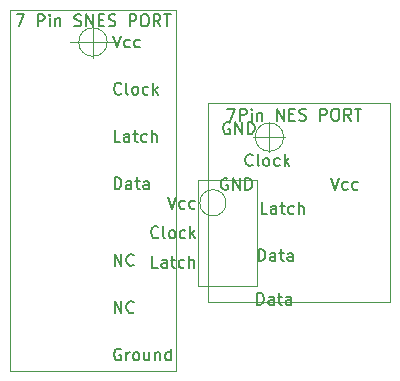
<source format=gto>
G04 #@! TF.GenerationSoftware,KiCad,Pcbnew,(5.1.5-0-10_14)*
G04 #@! TF.CreationDate,2020-11-03T15:19:47-05:00*
G04 #@! TF.ProjectId,FC_Rear_Port_1P,46435f52-6561-4725-9f50-6f72745f3150,rev?*
G04 #@! TF.SameCoordinates,Original*
G04 #@! TF.FileFunction,Legend,Top*
G04 #@! TF.FilePolarity,Positive*
%FSLAX46Y46*%
G04 Gerber Fmt 4.6, Leading zero omitted, Abs format (unit mm)*
G04 Created by KiCad (PCBNEW (5.1.5-0-10_14)) date 2020-11-03 15:19:47*
%MOMM*%
%LPD*%
G04 APERTURE LIST*
%ADD10C,0.120000*%
%ADD11C,0.150000*%
G04 APERTURE END LIST*
D10*
X156811212Y-98331211D02*
G75*
G03X156811212Y-98331211I-1111212J0D01*
G01*
X146742165Y-84722164D02*
G75*
G03X146742165Y-84722164I-1202165J0D01*
G01*
X161678541Y-92770000D02*
G75*
G03X161678541Y-92770000I-1198541J0D01*
G01*
X160480000Y-94020000D02*
X160480000Y-91590000D01*
X159100000Y-92770000D02*
X161840000Y-92770000D01*
X145550000Y-83480000D02*
X145550000Y-86100000D01*
X147570000Y-84730000D02*
X143640000Y-84730000D01*
X159470000Y-105370000D02*
X159470000Y-96370000D01*
X154470000Y-105370000D02*
X159470000Y-105370000D01*
X154470000Y-96370000D02*
X154470000Y-105370000D01*
X159470000Y-96370000D02*
X154470000Y-96370000D01*
X155280000Y-106700000D02*
X170680000Y-106700000D01*
X170680000Y-106700000D02*
X170680000Y-89860000D01*
X170680000Y-89860000D02*
X155280000Y-89860000D01*
X155280000Y-89860000D02*
X155280000Y-106700000D01*
X138540000Y-81970000D02*
X152540000Y-81970000D01*
X152540000Y-81970000D02*
X152540000Y-112590000D01*
X152540000Y-112590000D02*
X138540000Y-112590000D01*
X138540000Y-112590000D02*
X138540000Y-81970000D01*
X159470000Y-105370000D02*
X159470000Y-96370000D01*
X154470000Y-105370000D02*
X159470000Y-105370000D01*
X154470000Y-96370000D02*
X154470000Y-105370000D01*
X159470000Y-96370000D02*
X154470000Y-96370000D01*
D11*
X156922084Y-96289240D02*
X156826846Y-96241620D01*
X156683989Y-96241620D01*
X156541132Y-96289240D01*
X156445894Y-96384478D01*
X156398275Y-96479716D01*
X156350656Y-96670192D01*
X156350656Y-96813049D01*
X156398275Y-97003525D01*
X156445894Y-97098763D01*
X156541132Y-97194001D01*
X156683989Y-97241620D01*
X156779227Y-97241620D01*
X156922084Y-97194001D01*
X156969703Y-97146382D01*
X156969703Y-96813049D01*
X156779227Y-96813049D01*
X157398275Y-97241620D02*
X157398275Y-96241620D01*
X157969703Y-97241620D01*
X157969703Y-96241620D01*
X158445894Y-97241620D02*
X158445894Y-96241620D01*
X158683989Y-96241620D01*
X158826846Y-96289240D01*
X158922084Y-96384478D01*
X158969703Y-96479716D01*
X159017322Y-96670192D01*
X159017322Y-96813049D01*
X158969703Y-97003525D01*
X158922084Y-97098763D01*
X158826846Y-97194001D01*
X158683989Y-97241620D01*
X158445894Y-97241620D01*
X151039166Y-103822380D02*
X150562976Y-103822380D01*
X150562976Y-102822380D01*
X151801071Y-103822380D02*
X151801071Y-103298571D01*
X151753452Y-103203333D01*
X151658214Y-103155714D01*
X151467738Y-103155714D01*
X151372500Y-103203333D01*
X151801071Y-103774761D02*
X151705833Y-103822380D01*
X151467738Y-103822380D01*
X151372500Y-103774761D01*
X151324880Y-103679523D01*
X151324880Y-103584285D01*
X151372500Y-103489047D01*
X151467738Y-103441428D01*
X151705833Y-103441428D01*
X151801071Y-103393809D01*
X152134404Y-103155714D02*
X152515357Y-103155714D01*
X152277261Y-102822380D02*
X152277261Y-103679523D01*
X152324880Y-103774761D01*
X152420119Y-103822380D01*
X152515357Y-103822380D01*
X153277261Y-103774761D02*
X153182023Y-103822380D01*
X152991547Y-103822380D01*
X152896309Y-103774761D01*
X152848690Y-103727142D01*
X152801071Y-103631904D01*
X152801071Y-103346190D01*
X152848690Y-103250952D01*
X152896309Y-103203333D01*
X152991547Y-103155714D01*
X153182023Y-103155714D01*
X153277261Y-103203333D01*
X153705833Y-103822380D02*
X153705833Y-102822380D01*
X154134404Y-103822380D02*
X154134404Y-103298571D01*
X154086785Y-103203333D01*
X153991547Y-103155714D01*
X153848690Y-103155714D01*
X153753452Y-103203333D01*
X153705833Y-103250952D01*
X151086785Y-101227142D02*
X151039166Y-101274761D01*
X150896309Y-101322380D01*
X150801071Y-101322380D01*
X150658214Y-101274761D01*
X150562976Y-101179523D01*
X150515357Y-101084285D01*
X150467738Y-100893809D01*
X150467738Y-100750952D01*
X150515357Y-100560476D01*
X150562976Y-100465238D01*
X150658214Y-100370000D01*
X150801071Y-100322380D01*
X150896309Y-100322380D01*
X151039166Y-100370000D01*
X151086785Y-100417619D01*
X151658214Y-101322380D02*
X151562976Y-101274761D01*
X151515357Y-101179523D01*
X151515357Y-100322380D01*
X152182023Y-101322380D02*
X152086785Y-101274761D01*
X152039166Y-101227142D01*
X151991547Y-101131904D01*
X151991547Y-100846190D01*
X152039166Y-100750952D01*
X152086785Y-100703333D01*
X152182023Y-100655714D01*
X152324880Y-100655714D01*
X152420119Y-100703333D01*
X152467738Y-100750952D01*
X152515357Y-100846190D01*
X152515357Y-101131904D01*
X152467738Y-101227142D01*
X152420119Y-101274761D01*
X152324880Y-101322380D01*
X152182023Y-101322380D01*
X153372500Y-101274761D02*
X153277261Y-101322380D01*
X153086785Y-101322380D01*
X152991547Y-101274761D01*
X152943928Y-101227142D01*
X152896309Y-101131904D01*
X152896309Y-100846190D01*
X152943928Y-100750952D01*
X152991547Y-100703333D01*
X153086785Y-100655714D01*
X153277261Y-100655714D01*
X153372500Y-100703333D01*
X153801071Y-101322380D02*
X153801071Y-100322380D01*
X153896309Y-100941428D02*
X154182023Y-101322380D01*
X154182023Y-100655714D02*
X153801071Y-101036666D01*
X151896309Y-97822380D02*
X152229642Y-98822380D01*
X152562976Y-97822380D01*
X153324880Y-98774761D02*
X153229642Y-98822380D01*
X153039166Y-98822380D01*
X152943928Y-98774761D01*
X152896309Y-98727142D01*
X152848690Y-98631904D01*
X152848690Y-98346190D01*
X152896309Y-98250952D01*
X152943928Y-98203333D01*
X153039166Y-98155714D01*
X153229642Y-98155714D01*
X153324880Y-98203333D01*
X154182023Y-98774761D02*
X154086785Y-98822380D01*
X153896309Y-98822380D01*
X153801071Y-98774761D01*
X153753452Y-98727142D01*
X153705833Y-98631904D01*
X153705833Y-98346190D01*
X153753452Y-98250952D01*
X153801071Y-98203333D01*
X153896309Y-98155714D01*
X154086785Y-98155714D01*
X154182023Y-98203333D01*
X157126785Y-91560000D02*
X157031547Y-91512380D01*
X156888690Y-91512380D01*
X156745833Y-91560000D01*
X156650595Y-91655238D01*
X156602976Y-91750476D01*
X156555357Y-91940952D01*
X156555357Y-92083809D01*
X156602976Y-92274285D01*
X156650595Y-92369523D01*
X156745833Y-92464761D01*
X156888690Y-92512380D01*
X156983928Y-92512380D01*
X157126785Y-92464761D01*
X157174404Y-92417142D01*
X157174404Y-92083809D01*
X156983928Y-92083809D01*
X157602976Y-92512380D02*
X157602976Y-91512380D01*
X158174404Y-92512380D01*
X158174404Y-91512380D01*
X158650595Y-92512380D02*
X158650595Y-91512380D01*
X158888690Y-91512380D01*
X159031547Y-91560000D01*
X159126785Y-91655238D01*
X159174404Y-91750476D01*
X159222023Y-91940952D01*
X159222023Y-92083809D01*
X159174404Y-92274285D01*
X159126785Y-92369523D01*
X159031547Y-92464761D01*
X158888690Y-92512380D01*
X158650595Y-92512380D01*
X159056785Y-95107142D02*
X159009166Y-95154761D01*
X158866309Y-95202380D01*
X158771071Y-95202380D01*
X158628214Y-95154761D01*
X158532976Y-95059523D01*
X158485357Y-94964285D01*
X158437738Y-94773809D01*
X158437738Y-94630952D01*
X158485357Y-94440476D01*
X158532976Y-94345238D01*
X158628214Y-94250000D01*
X158771071Y-94202380D01*
X158866309Y-94202380D01*
X159009166Y-94250000D01*
X159056785Y-94297619D01*
X159628214Y-95202380D02*
X159532976Y-95154761D01*
X159485357Y-95059523D01*
X159485357Y-94202380D01*
X160152023Y-95202380D02*
X160056785Y-95154761D01*
X160009166Y-95107142D01*
X159961547Y-95011904D01*
X159961547Y-94726190D01*
X160009166Y-94630952D01*
X160056785Y-94583333D01*
X160152023Y-94535714D01*
X160294880Y-94535714D01*
X160390119Y-94583333D01*
X160437738Y-94630952D01*
X160485357Y-94726190D01*
X160485357Y-95011904D01*
X160437738Y-95107142D01*
X160390119Y-95154761D01*
X160294880Y-95202380D01*
X160152023Y-95202380D01*
X161342500Y-95154761D02*
X161247261Y-95202380D01*
X161056785Y-95202380D01*
X160961547Y-95154761D01*
X160913928Y-95107142D01*
X160866309Y-95011904D01*
X160866309Y-94726190D01*
X160913928Y-94630952D01*
X160961547Y-94583333D01*
X161056785Y-94535714D01*
X161247261Y-94535714D01*
X161342500Y-94583333D01*
X161771071Y-95202380D02*
X161771071Y-94202380D01*
X161866309Y-94821428D02*
X162152023Y-95202380D01*
X162152023Y-94535714D02*
X161771071Y-94916666D01*
X160302646Y-99271080D02*
X159826456Y-99271080D01*
X159826456Y-98271080D01*
X161064551Y-99271080D02*
X161064551Y-98747271D01*
X161016932Y-98652033D01*
X160921694Y-98604414D01*
X160731218Y-98604414D01*
X160635980Y-98652033D01*
X161064551Y-99223461D02*
X160969313Y-99271080D01*
X160731218Y-99271080D01*
X160635980Y-99223461D01*
X160588360Y-99128223D01*
X160588360Y-99032985D01*
X160635980Y-98937747D01*
X160731218Y-98890128D01*
X160969313Y-98890128D01*
X161064551Y-98842509D01*
X161397884Y-98604414D02*
X161778837Y-98604414D01*
X161540741Y-98271080D02*
X161540741Y-99128223D01*
X161588360Y-99223461D01*
X161683599Y-99271080D01*
X161778837Y-99271080D01*
X162540741Y-99223461D02*
X162445503Y-99271080D01*
X162255027Y-99271080D01*
X162159789Y-99223461D01*
X162112170Y-99175842D01*
X162064551Y-99080604D01*
X162064551Y-98794890D01*
X162112170Y-98699652D01*
X162159789Y-98652033D01*
X162255027Y-98604414D01*
X162445503Y-98604414D01*
X162540741Y-98652033D01*
X162969313Y-99271080D02*
X162969313Y-98271080D01*
X163397884Y-99271080D02*
X163397884Y-98747271D01*
X163350265Y-98652033D01*
X163255027Y-98604414D01*
X163112170Y-98604414D01*
X163016932Y-98652033D01*
X162969313Y-98699652D01*
X159429642Y-106952380D02*
X159429642Y-105952380D01*
X159667738Y-105952380D01*
X159810595Y-106000000D01*
X159905833Y-106095238D01*
X159953452Y-106190476D01*
X160001071Y-106380952D01*
X160001071Y-106523809D01*
X159953452Y-106714285D01*
X159905833Y-106809523D01*
X159810595Y-106904761D01*
X159667738Y-106952380D01*
X159429642Y-106952380D01*
X160858214Y-106952380D02*
X160858214Y-106428571D01*
X160810595Y-106333333D01*
X160715357Y-106285714D01*
X160524880Y-106285714D01*
X160429642Y-106333333D01*
X160858214Y-106904761D02*
X160762976Y-106952380D01*
X160524880Y-106952380D01*
X160429642Y-106904761D01*
X160382023Y-106809523D01*
X160382023Y-106714285D01*
X160429642Y-106619047D01*
X160524880Y-106571428D01*
X160762976Y-106571428D01*
X160858214Y-106523809D01*
X161191547Y-106285714D02*
X161572500Y-106285714D01*
X161334404Y-105952380D02*
X161334404Y-106809523D01*
X161382023Y-106904761D01*
X161477261Y-106952380D01*
X161572500Y-106952380D01*
X162334404Y-106952380D02*
X162334404Y-106428571D01*
X162286785Y-106333333D01*
X162191547Y-106285714D01*
X162001071Y-106285714D01*
X161905833Y-106333333D01*
X162334404Y-106904761D02*
X162239166Y-106952380D01*
X162001071Y-106952380D01*
X161905833Y-106904761D01*
X161858214Y-106809523D01*
X161858214Y-106714285D01*
X161905833Y-106619047D01*
X162001071Y-106571428D01*
X162239166Y-106571428D01*
X162334404Y-106523809D01*
X156927142Y-90372380D02*
X157593809Y-90372380D01*
X157165238Y-91372380D01*
X157974761Y-91372380D02*
X157974761Y-90372380D01*
X158355714Y-90372380D01*
X158450952Y-90420000D01*
X158498571Y-90467619D01*
X158546190Y-90562857D01*
X158546190Y-90705714D01*
X158498571Y-90800952D01*
X158450952Y-90848571D01*
X158355714Y-90896190D01*
X157974761Y-90896190D01*
X158974761Y-91372380D02*
X158974761Y-90705714D01*
X158974761Y-90372380D02*
X158927142Y-90420000D01*
X158974761Y-90467619D01*
X159022380Y-90420000D01*
X158974761Y-90372380D01*
X158974761Y-90467619D01*
X159450952Y-90705714D02*
X159450952Y-91372380D01*
X159450952Y-90800952D02*
X159498571Y-90753333D01*
X159593809Y-90705714D01*
X159736666Y-90705714D01*
X159831904Y-90753333D01*
X159879523Y-90848571D01*
X159879523Y-91372380D01*
X161117619Y-91372380D02*
X161117619Y-90372380D01*
X161689047Y-91372380D01*
X161689047Y-90372380D01*
X162165238Y-90848571D02*
X162498571Y-90848571D01*
X162641428Y-91372380D02*
X162165238Y-91372380D01*
X162165238Y-90372380D01*
X162641428Y-90372380D01*
X163022380Y-91324761D02*
X163165238Y-91372380D01*
X163403333Y-91372380D01*
X163498571Y-91324761D01*
X163546190Y-91277142D01*
X163593809Y-91181904D01*
X163593809Y-91086666D01*
X163546190Y-90991428D01*
X163498571Y-90943809D01*
X163403333Y-90896190D01*
X163212857Y-90848571D01*
X163117619Y-90800952D01*
X163070000Y-90753333D01*
X163022380Y-90658095D01*
X163022380Y-90562857D01*
X163070000Y-90467619D01*
X163117619Y-90420000D01*
X163212857Y-90372380D01*
X163450952Y-90372380D01*
X163593809Y-90420000D01*
X164784285Y-91372380D02*
X164784285Y-90372380D01*
X165165238Y-90372380D01*
X165260476Y-90420000D01*
X165308095Y-90467619D01*
X165355714Y-90562857D01*
X165355714Y-90705714D01*
X165308095Y-90800952D01*
X165260476Y-90848571D01*
X165165238Y-90896190D01*
X164784285Y-90896190D01*
X165974761Y-90372380D02*
X166165238Y-90372380D01*
X166260476Y-90420000D01*
X166355714Y-90515238D01*
X166403333Y-90705714D01*
X166403333Y-91039047D01*
X166355714Y-91229523D01*
X166260476Y-91324761D01*
X166165238Y-91372380D01*
X165974761Y-91372380D01*
X165879523Y-91324761D01*
X165784285Y-91229523D01*
X165736666Y-91039047D01*
X165736666Y-90705714D01*
X165784285Y-90515238D01*
X165879523Y-90420000D01*
X165974761Y-90372380D01*
X167403333Y-91372380D02*
X167070000Y-90896190D01*
X166831904Y-91372380D02*
X166831904Y-90372380D01*
X167212857Y-90372380D01*
X167308095Y-90420000D01*
X167355714Y-90467619D01*
X167403333Y-90562857D01*
X167403333Y-90705714D01*
X167355714Y-90800952D01*
X167308095Y-90848571D01*
X167212857Y-90896190D01*
X166831904Y-90896190D01*
X167689047Y-90372380D02*
X168260476Y-90372380D01*
X167974761Y-91372380D02*
X167974761Y-90372380D01*
X165672738Y-96222380D02*
X166006071Y-97222380D01*
X166339404Y-96222380D01*
X167101309Y-97174761D02*
X167006071Y-97222380D01*
X166815595Y-97222380D01*
X166720357Y-97174761D01*
X166672738Y-97127142D01*
X166625119Y-97031904D01*
X166625119Y-96746190D01*
X166672738Y-96650952D01*
X166720357Y-96603333D01*
X166815595Y-96555714D01*
X167006071Y-96555714D01*
X167101309Y-96603333D01*
X167958452Y-97174761D02*
X167863214Y-97222380D01*
X167672738Y-97222380D01*
X167577500Y-97174761D01*
X167529880Y-97127142D01*
X167482261Y-97031904D01*
X167482261Y-96746190D01*
X167529880Y-96650952D01*
X167577500Y-96603333D01*
X167672738Y-96555714D01*
X167863214Y-96555714D01*
X167958452Y-96603333D01*
X147232738Y-84172380D02*
X147566071Y-85172380D01*
X147899404Y-84172380D01*
X148661309Y-85124761D02*
X148566071Y-85172380D01*
X148375595Y-85172380D01*
X148280357Y-85124761D01*
X148232738Y-85077142D01*
X148185119Y-84981904D01*
X148185119Y-84696190D01*
X148232738Y-84600952D01*
X148280357Y-84553333D01*
X148375595Y-84505714D01*
X148566071Y-84505714D01*
X148661309Y-84553333D01*
X149518452Y-85124761D02*
X149423214Y-85172380D01*
X149232738Y-85172380D01*
X149137500Y-85124761D01*
X149089880Y-85077142D01*
X149042261Y-84981904D01*
X149042261Y-84696190D01*
X149089880Y-84600952D01*
X149137500Y-84553333D01*
X149232738Y-84505714D01*
X149423214Y-84505714D01*
X149518452Y-84553333D01*
X147947023Y-89077142D02*
X147899404Y-89124761D01*
X147756547Y-89172380D01*
X147661309Y-89172380D01*
X147518452Y-89124761D01*
X147423214Y-89029523D01*
X147375595Y-88934285D01*
X147327976Y-88743809D01*
X147327976Y-88600952D01*
X147375595Y-88410476D01*
X147423214Y-88315238D01*
X147518452Y-88220000D01*
X147661309Y-88172380D01*
X147756547Y-88172380D01*
X147899404Y-88220000D01*
X147947023Y-88267619D01*
X148518452Y-89172380D02*
X148423214Y-89124761D01*
X148375595Y-89029523D01*
X148375595Y-88172380D01*
X149042261Y-89172380D02*
X148947023Y-89124761D01*
X148899404Y-89077142D01*
X148851785Y-88981904D01*
X148851785Y-88696190D01*
X148899404Y-88600952D01*
X148947023Y-88553333D01*
X149042261Y-88505714D01*
X149185119Y-88505714D01*
X149280357Y-88553333D01*
X149327976Y-88600952D01*
X149375595Y-88696190D01*
X149375595Y-88981904D01*
X149327976Y-89077142D01*
X149280357Y-89124761D01*
X149185119Y-89172380D01*
X149042261Y-89172380D01*
X150232738Y-89124761D02*
X150137500Y-89172380D01*
X149947023Y-89172380D01*
X149851785Y-89124761D01*
X149804166Y-89077142D01*
X149756547Y-88981904D01*
X149756547Y-88696190D01*
X149804166Y-88600952D01*
X149851785Y-88553333D01*
X149947023Y-88505714D01*
X150137500Y-88505714D01*
X150232738Y-88553333D01*
X150661309Y-89172380D02*
X150661309Y-88172380D01*
X150756547Y-88791428D02*
X151042261Y-89172380D01*
X151042261Y-88505714D02*
X150661309Y-88886666D01*
X147851785Y-93172380D02*
X147375595Y-93172380D01*
X147375595Y-92172380D01*
X148613690Y-93172380D02*
X148613690Y-92648571D01*
X148566071Y-92553333D01*
X148470833Y-92505714D01*
X148280357Y-92505714D01*
X148185119Y-92553333D01*
X148613690Y-93124761D02*
X148518452Y-93172380D01*
X148280357Y-93172380D01*
X148185119Y-93124761D01*
X148137500Y-93029523D01*
X148137500Y-92934285D01*
X148185119Y-92839047D01*
X148280357Y-92791428D01*
X148518452Y-92791428D01*
X148613690Y-92743809D01*
X148947023Y-92505714D02*
X149327976Y-92505714D01*
X149089880Y-92172380D02*
X149089880Y-93029523D01*
X149137500Y-93124761D01*
X149232738Y-93172380D01*
X149327976Y-93172380D01*
X150089880Y-93124761D02*
X149994642Y-93172380D01*
X149804166Y-93172380D01*
X149708928Y-93124761D01*
X149661309Y-93077142D01*
X149613690Y-92981904D01*
X149613690Y-92696190D01*
X149661309Y-92600952D01*
X149708928Y-92553333D01*
X149804166Y-92505714D01*
X149994642Y-92505714D01*
X150089880Y-92553333D01*
X150518452Y-93172380D02*
X150518452Y-92172380D01*
X150947023Y-93172380D02*
X150947023Y-92648571D01*
X150899404Y-92553333D01*
X150804166Y-92505714D01*
X150661309Y-92505714D01*
X150566071Y-92553333D01*
X150518452Y-92600952D01*
X147375595Y-97172380D02*
X147375595Y-96172380D01*
X147613690Y-96172380D01*
X147756547Y-96220000D01*
X147851785Y-96315238D01*
X147899404Y-96410476D01*
X147947023Y-96600952D01*
X147947023Y-96743809D01*
X147899404Y-96934285D01*
X147851785Y-97029523D01*
X147756547Y-97124761D01*
X147613690Y-97172380D01*
X147375595Y-97172380D01*
X148804166Y-97172380D02*
X148804166Y-96648571D01*
X148756547Y-96553333D01*
X148661309Y-96505714D01*
X148470833Y-96505714D01*
X148375595Y-96553333D01*
X148804166Y-97124761D02*
X148708928Y-97172380D01*
X148470833Y-97172380D01*
X148375595Y-97124761D01*
X148327976Y-97029523D01*
X148327976Y-96934285D01*
X148375595Y-96839047D01*
X148470833Y-96791428D01*
X148708928Y-96791428D01*
X148804166Y-96743809D01*
X149137500Y-96505714D02*
X149518452Y-96505714D01*
X149280357Y-96172380D02*
X149280357Y-97029523D01*
X149327976Y-97124761D01*
X149423214Y-97172380D01*
X149518452Y-97172380D01*
X150280357Y-97172380D02*
X150280357Y-96648571D01*
X150232738Y-96553333D01*
X150137500Y-96505714D01*
X149947023Y-96505714D01*
X149851785Y-96553333D01*
X150280357Y-97124761D02*
X150185119Y-97172380D01*
X149947023Y-97172380D01*
X149851785Y-97124761D01*
X149804166Y-97029523D01*
X149804166Y-96934285D01*
X149851785Y-96839047D01*
X149947023Y-96791428D01*
X150185119Y-96791428D01*
X150280357Y-96743809D01*
X147375595Y-103672380D02*
X147375595Y-102672380D01*
X147947023Y-103672380D01*
X147947023Y-102672380D01*
X148994642Y-103577142D02*
X148947023Y-103624761D01*
X148804166Y-103672380D01*
X148708928Y-103672380D01*
X148566071Y-103624761D01*
X148470833Y-103529523D01*
X148423214Y-103434285D01*
X148375595Y-103243809D01*
X148375595Y-103100952D01*
X148423214Y-102910476D01*
X148470833Y-102815238D01*
X148566071Y-102720000D01*
X148708928Y-102672380D01*
X148804166Y-102672380D01*
X148947023Y-102720000D01*
X148994642Y-102767619D01*
X147375595Y-107672380D02*
X147375595Y-106672380D01*
X147947023Y-107672380D01*
X147947023Y-106672380D01*
X148994642Y-107577142D02*
X148947023Y-107624761D01*
X148804166Y-107672380D01*
X148708928Y-107672380D01*
X148566071Y-107624761D01*
X148470833Y-107529523D01*
X148423214Y-107434285D01*
X148375595Y-107243809D01*
X148375595Y-107100952D01*
X148423214Y-106910476D01*
X148470833Y-106815238D01*
X148566071Y-106720000D01*
X148708928Y-106672380D01*
X148804166Y-106672380D01*
X148947023Y-106720000D01*
X148994642Y-106767619D01*
X147899404Y-110720000D02*
X147804166Y-110672380D01*
X147661309Y-110672380D01*
X147518452Y-110720000D01*
X147423214Y-110815238D01*
X147375595Y-110910476D01*
X147327976Y-111100952D01*
X147327976Y-111243809D01*
X147375595Y-111434285D01*
X147423214Y-111529523D01*
X147518452Y-111624761D01*
X147661309Y-111672380D01*
X147756547Y-111672380D01*
X147899404Y-111624761D01*
X147947023Y-111577142D01*
X147947023Y-111243809D01*
X147756547Y-111243809D01*
X148375595Y-111672380D02*
X148375595Y-111005714D01*
X148375595Y-111196190D02*
X148423214Y-111100952D01*
X148470833Y-111053333D01*
X148566071Y-111005714D01*
X148661309Y-111005714D01*
X149137500Y-111672380D02*
X149042261Y-111624761D01*
X148994642Y-111577142D01*
X148947023Y-111481904D01*
X148947023Y-111196190D01*
X148994642Y-111100952D01*
X149042261Y-111053333D01*
X149137500Y-111005714D01*
X149280357Y-111005714D01*
X149375595Y-111053333D01*
X149423214Y-111100952D01*
X149470833Y-111196190D01*
X149470833Y-111481904D01*
X149423214Y-111577142D01*
X149375595Y-111624761D01*
X149280357Y-111672380D01*
X149137500Y-111672380D01*
X150327976Y-111005714D02*
X150327976Y-111672380D01*
X149899404Y-111005714D02*
X149899404Y-111529523D01*
X149947023Y-111624761D01*
X150042261Y-111672380D01*
X150185119Y-111672380D01*
X150280357Y-111624761D01*
X150327976Y-111577142D01*
X150804166Y-111005714D02*
X150804166Y-111672380D01*
X150804166Y-111100952D02*
X150851785Y-111053333D01*
X150947023Y-111005714D01*
X151089880Y-111005714D01*
X151185119Y-111053333D01*
X151232738Y-111148571D01*
X151232738Y-111672380D01*
X152137500Y-111672380D02*
X152137500Y-110672380D01*
X152137500Y-111624761D02*
X152042261Y-111672380D01*
X151851785Y-111672380D01*
X151756547Y-111624761D01*
X151708928Y-111577142D01*
X151661309Y-111481904D01*
X151661309Y-111196190D01*
X151708928Y-111100952D01*
X151756547Y-111053333D01*
X151851785Y-111005714D01*
X152042261Y-111005714D01*
X152137500Y-111053333D01*
X139070000Y-82382380D02*
X139736666Y-82382380D01*
X139308095Y-83382380D01*
X140879523Y-83382380D02*
X140879523Y-82382380D01*
X141260476Y-82382380D01*
X141355714Y-82430000D01*
X141403333Y-82477619D01*
X141450952Y-82572857D01*
X141450952Y-82715714D01*
X141403333Y-82810952D01*
X141355714Y-82858571D01*
X141260476Y-82906190D01*
X140879523Y-82906190D01*
X141879523Y-83382380D02*
X141879523Y-82715714D01*
X141879523Y-82382380D02*
X141831904Y-82430000D01*
X141879523Y-82477619D01*
X141927142Y-82430000D01*
X141879523Y-82382380D01*
X141879523Y-82477619D01*
X142355714Y-82715714D02*
X142355714Y-83382380D01*
X142355714Y-82810952D02*
X142403333Y-82763333D01*
X142498571Y-82715714D01*
X142641428Y-82715714D01*
X142736666Y-82763333D01*
X142784285Y-82858571D01*
X142784285Y-83382380D01*
X143974761Y-83334761D02*
X144117619Y-83382380D01*
X144355714Y-83382380D01*
X144450952Y-83334761D01*
X144498571Y-83287142D01*
X144546190Y-83191904D01*
X144546190Y-83096666D01*
X144498571Y-83001428D01*
X144450952Y-82953809D01*
X144355714Y-82906190D01*
X144165238Y-82858571D01*
X144070000Y-82810952D01*
X144022380Y-82763333D01*
X143974761Y-82668095D01*
X143974761Y-82572857D01*
X144022380Y-82477619D01*
X144070000Y-82430000D01*
X144165238Y-82382380D01*
X144403333Y-82382380D01*
X144546190Y-82430000D01*
X144974761Y-83382380D02*
X144974761Y-82382380D01*
X145546190Y-83382380D01*
X145546190Y-82382380D01*
X146022380Y-82858571D02*
X146355714Y-82858571D01*
X146498571Y-83382380D02*
X146022380Y-83382380D01*
X146022380Y-82382380D01*
X146498571Y-82382380D01*
X146879523Y-83334761D02*
X147022380Y-83382380D01*
X147260476Y-83382380D01*
X147355714Y-83334761D01*
X147403333Y-83287142D01*
X147450952Y-83191904D01*
X147450952Y-83096666D01*
X147403333Y-83001428D01*
X147355714Y-82953809D01*
X147260476Y-82906190D01*
X147070000Y-82858571D01*
X146974761Y-82810952D01*
X146927142Y-82763333D01*
X146879523Y-82668095D01*
X146879523Y-82572857D01*
X146927142Y-82477619D01*
X146974761Y-82430000D01*
X147070000Y-82382380D01*
X147308095Y-82382380D01*
X147450952Y-82430000D01*
X148641428Y-83382380D02*
X148641428Y-82382380D01*
X149022380Y-82382380D01*
X149117619Y-82430000D01*
X149165238Y-82477619D01*
X149212857Y-82572857D01*
X149212857Y-82715714D01*
X149165238Y-82810952D01*
X149117619Y-82858571D01*
X149022380Y-82906190D01*
X148641428Y-82906190D01*
X149831904Y-82382380D02*
X150022380Y-82382380D01*
X150117619Y-82430000D01*
X150212857Y-82525238D01*
X150260476Y-82715714D01*
X150260476Y-83049047D01*
X150212857Y-83239523D01*
X150117619Y-83334761D01*
X150022380Y-83382380D01*
X149831904Y-83382380D01*
X149736666Y-83334761D01*
X149641428Y-83239523D01*
X149593809Y-83049047D01*
X149593809Y-82715714D01*
X149641428Y-82525238D01*
X149736666Y-82430000D01*
X149831904Y-82382380D01*
X151260476Y-83382380D02*
X150927142Y-82906190D01*
X150689047Y-83382380D02*
X150689047Y-82382380D01*
X151070000Y-82382380D01*
X151165238Y-82430000D01*
X151212857Y-82477619D01*
X151260476Y-82572857D01*
X151260476Y-82715714D01*
X151212857Y-82810952D01*
X151165238Y-82858571D01*
X151070000Y-82906190D01*
X150689047Y-82906190D01*
X151546190Y-82382380D02*
X152117619Y-82382380D01*
X151831904Y-83382380D02*
X151831904Y-82382380D01*
X159565655Y-103263960D02*
X159565655Y-102263960D01*
X159803750Y-102263960D01*
X159946607Y-102311580D01*
X160041845Y-102406818D01*
X160089464Y-102502056D01*
X160137083Y-102692532D01*
X160137083Y-102835389D01*
X160089464Y-103025865D01*
X160041845Y-103121103D01*
X159946607Y-103216341D01*
X159803750Y-103263960D01*
X159565655Y-103263960D01*
X160994226Y-103263960D02*
X160994226Y-102740151D01*
X160946607Y-102644913D01*
X160851369Y-102597294D01*
X160660893Y-102597294D01*
X160565655Y-102644913D01*
X160994226Y-103216341D02*
X160898988Y-103263960D01*
X160660893Y-103263960D01*
X160565655Y-103216341D01*
X160518036Y-103121103D01*
X160518036Y-103025865D01*
X160565655Y-102930627D01*
X160660893Y-102883008D01*
X160898988Y-102883008D01*
X160994226Y-102835389D01*
X161327560Y-102597294D02*
X161708512Y-102597294D01*
X161470417Y-102263960D02*
X161470417Y-103121103D01*
X161518036Y-103216341D01*
X161613274Y-103263960D01*
X161708512Y-103263960D01*
X162470417Y-103263960D02*
X162470417Y-102740151D01*
X162422798Y-102644913D01*
X162327560Y-102597294D01*
X162137083Y-102597294D01*
X162041845Y-102644913D01*
X162470417Y-103216341D02*
X162375179Y-103263960D01*
X162137083Y-103263960D01*
X162041845Y-103216341D01*
X161994226Y-103121103D01*
X161994226Y-103025865D01*
X162041845Y-102930627D01*
X162137083Y-102883008D01*
X162375179Y-102883008D01*
X162470417Y-102835389D01*
X151039166Y-103822380D02*
X150562976Y-103822380D01*
X150562976Y-102822380D01*
X151801071Y-103822380D02*
X151801071Y-103298571D01*
X151753452Y-103203333D01*
X151658214Y-103155714D01*
X151467738Y-103155714D01*
X151372500Y-103203333D01*
X151801071Y-103774761D02*
X151705833Y-103822380D01*
X151467738Y-103822380D01*
X151372500Y-103774761D01*
X151324880Y-103679523D01*
X151324880Y-103584285D01*
X151372500Y-103489047D01*
X151467738Y-103441428D01*
X151705833Y-103441428D01*
X151801071Y-103393809D01*
X152134404Y-103155714D02*
X152515357Y-103155714D01*
X152277261Y-102822380D02*
X152277261Y-103679523D01*
X152324880Y-103774761D01*
X152420119Y-103822380D01*
X152515357Y-103822380D01*
X153277261Y-103774761D02*
X153182023Y-103822380D01*
X152991547Y-103822380D01*
X152896309Y-103774761D01*
X152848690Y-103727142D01*
X152801071Y-103631904D01*
X152801071Y-103346190D01*
X152848690Y-103250952D01*
X152896309Y-103203333D01*
X152991547Y-103155714D01*
X153182023Y-103155714D01*
X153277261Y-103203333D01*
X153705833Y-103822380D02*
X153705833Y-102822380D01*
X154134404Y-103822380D02*
X154134404Y-103298571D01*
X154086785Y-103203333D01*
X153991547Y-103155714D01*
X153848690Y-103155714D01*
X153753452Y-103203333D01*
X153705833Y-103250952D01*
X151086785Y-101227142D02*
X151039166Y-101274761D01*
X150896309Y-101322380D01*
X150801071Y-101322380D01*
X150658214Y-101274761D01*
X150562976Y-101179523D01*
X150515357Y-101084285D01*
X150467738Y-100893809D01*
X150467738Y-100750952D01*
X150515357Y-100560476D01*
X150562976Y-100465238D01*
X150658214Y-100370000D01*
X150801071Y-100322380D01*
X150896309Y-100322380D01*
X151039166Y-100370000D01*
X151086785Y-100417619D01*
X151658214Y-101322380D02*
X151562976Y-101274761D01*
X151515357Y-101179523D01*
X151515357Y-100322380D01*
X152182023Y-101322380D02*
X152086785Y-101274761D01*
X152039166Y-101227142D01*
X151991547Y-101131904D01*
X151991547Y-100846190D01*
X152039166Y-100750952D01*
X152086785Y-100703333D01*
X152182023Y-100655714D01*
X152324880Y-100655714D01*
X152420119Y-100703333D01*
X152467738Y-100750952D01*
X152515357Y-100846190D01*
X152515357Y-101131904D01*
X152467738Y-101227142D01*
X152420119Y-101274761D01*
X152324880Y-101322380D01*
X152182023Y-101322380D01*
X153372500Y-101274761D02*
X153277261Y-101322380D01*
X153086785Y-101322380D01*
X152991547Y-101274761D01*
X152943928Y-101227142D01*
X152896309Y-101131904D01*
X152896309Y-100846190D01*
X152943928Y-100750952D01*
X152991547Y-100703333D01*
X153086785Y-100655714D01*
X153277261Y-100655714D01*
X153372500Y-100703333D01*
X153801071Y-101322380D02*
X153801071Y-100322380D01*
X153896309Y-100941428D02*
X154182023Y-101322380D01*
X154182023Y-100655714D02*
X153801071Y-101036666D01*
X151896309Y-97822380D02*
X152229642Y-98822380D01*
X152562976Y-97822380D01*
X153324880Y-98774761D02*
X153229642Y-98822380D01*
X153039166Y-98822380D01*
X152943928Y-98774761D01*
X152896309Y-98727142D01*
X152848690Y-98631904D01*
X152848690Y-98346190D01*
X152896309Y-98250952D01*
X152943928Y-98203333D01*
X153039166Y-98155714D01*
X153229642Y-98155714D01*
X153324880Y-98203333D01*
X154182023Y-98774761D02*
X154086785Y-98822380D01*
X153896309Y-98822380D01*
X153801071Y-98774761D01*
X153753452Y-98727142D01*
X153705833Y-98631904D01*
X153705833Y-98346190D01*
X153753452Y-98250952D01*
X153801071Y-98203333D01*
X153896309Y-98155714D01*
X154086785Y-98155714D01*
X154182023Y-98203333D01*
M02*

</source>
